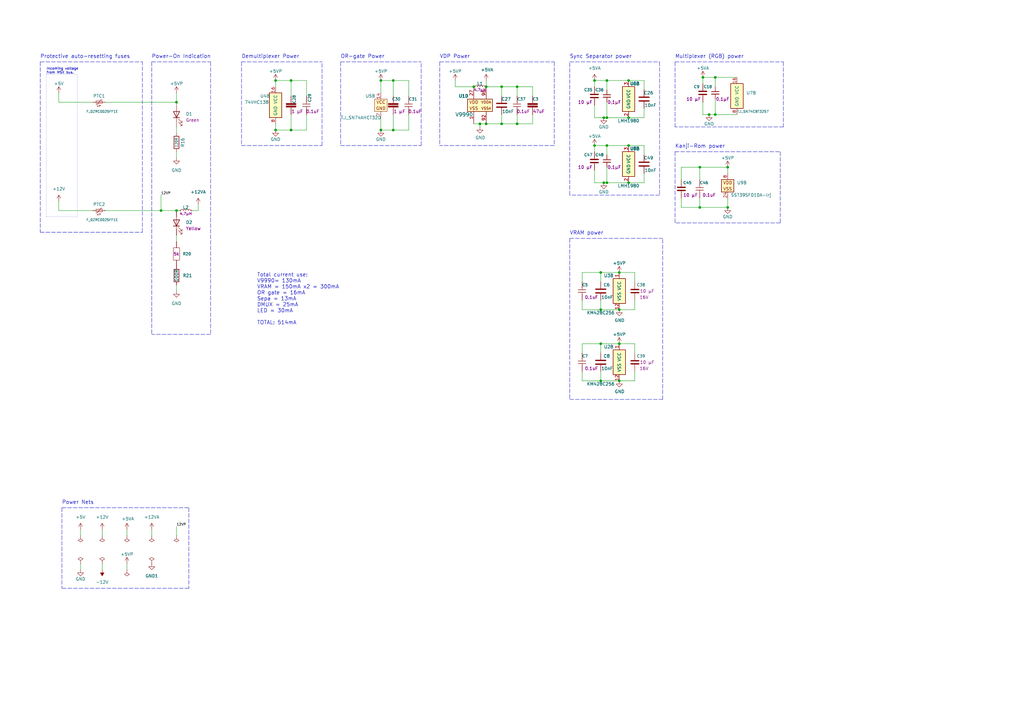
<source format=kicad_sch>
(kicad_sch (version 20211123) (generator eeschema)
  (paper "A3")
  (title_block (title "TRH9000") (date "2022-08-04") (rev "A-A") (company "The Retro Hacker") (comment 2 "Shared under CERN-OHL-S license") (comment 3 "TRH9000 - Open Source MSX Graphics Card based on the Yamaha V9990") (comment 4 "Designed  by: Cristiano Goncalves"))
  (junction (at 288.29 31.75))
  (junction (at 161.29 53.34))
  (junction (at 113.03 53.34))
  (junction (at 156.21 53.34))
  (junction (at 194.31 35.56))
  (junction (at 199.39 50.8))
  (junction (at 113.03 33.02))
  (junction (at 196.85 50.8))
  (junction (at 212.09 50.8))
  (junction (at 205.74 35.56))
  (junction (at 119.38 53.34))
  (junction (at 72.39 41.91))
  (junction (at 254 111.76))
  (junction (at 254 140.97))
  (junction (at 257.81 48.26))
  (junction (at 247.65 74.93))
  (junction (at 246.38 127))
  (junction (at 293.37 46.99))
  (junction (at 298.45 68.58))
  (junction (at 199.39 35.56))
  (junction (at 205.74 50.8))
  (junction (at 66.04 86.36))
  (junction (at 254 156.21))
  (junction (at 248.92 74.93))
  (junction (at 72.39 86.36))
  (junction (at 290.83 46.99))
  (junction (at 287.02 68.58))
  (junction (at 257.81 74.93))
  (junction (at 248.92 33.02))
  (junction (at 246.38 156.21))
  (junction (at 248.92 59.69))
  (junction (at 298.45 85.09))
  (junction (at 257.81 59.69))
  (junction (at 243.84 59.69))
  (junction (at 293.37 31.75))
  (junction (at 212.09 35.56))
  (junction (at 161.29 33.02))
  (junction (at 243.84 33.02))
  (junction (at 254 127))
  (junction (at 119.38 33.02))
  (junction (at 246.38 111.76))
  (junction (at 287.02 85.09))
  (junction (at 246.38 140.97))
  (junction (at 247.65 48.26))
  (junction (at 257.81 33.02))
  (junction (at 248.92 48.26))
  (junction (at 156.21 33.02))
  (polyline (pts (xy 16.51 95.25) (xy 58.42 95.25)))
  (wire (pts (xy 196.85 52.07) (xy 196.85 50.8)))
  (wire (pts (xy 119.38 33.02) (xy 113.03 33.02)))
  (wire (pts (xy 287.02 68.58) (xy 287.02 73.66)))
  (wire (pts (xy 81.28 83.82) (xy 81.28 86.36)))
  (wire (pts (xy 196.85 50.8) (xy 194.31 50.8)))
  (wire (pts (xy 238.76 127) (xy 246.38 127)))
  (wire (pts (xy 246.38 111.76) (xy 254 111.76)))
  (wire (pts (xy 24.13 38.1) (xy 24.13 41.91)))
  (polyline (pts (xy 99.06 59.69) (xy 132.08 59.69)))
  (wire (pts (xy 72.39 54.61) (xy 72.39 52.07)))
  (polyline (pts (xy 276.86 62.23) (xy 320.04 62.23)))
  (polyline (pts (xy 321.31 25.4) (xy 321.31 52.07)))
  (wire (pts (xy 248.92 74.93) (xy 247.65 74.93)))
  (polyline (pts (xy 233.68 25.4) (xy 270.51 25.4)))
  (wire (pts (xy 264.16 74.93) (xy 264.16 71.12)))
  (wire (pts (xy 264.16 33.02) (xy 264.16 36.83)))
  (wire (pts (xy 257.81 33.02) (xy 264.16 33.02)))
  (wire (pts (xy 248.92 74.93) (xy 257.81 74.93)))
  (wire (pts (xy 293.37 31.75) (xy 302.26 31.75)))
  (wire (pts (xy 238.76 140.97) (xy 238.76 144.78)))
  (wire (pts (xy 246.38 144.78) (xy 246.38 140.97)))
  (polyline (pts (xy 19.05 88.9) (xy 31.75 88.9)) (stroke (width 0) (type dot)))
  (wire (pts (xy 66.04 80.01) (xy 66.04 86.36)))
  (wire (pts (xy 72.39 116.84) (xy 72.39 119.38)))
  (wire (pts (xy 293.37 46.99) (xy 302.26 46.99)))
  (polyline (pts (xy 139.7 59.69) (xy 172.72 59.69)))
  (wire (pts (xy 72.39 86.36) (xy 73.66 86.36)))
  (wire (pts (xy 212.09 50.8) (xy 218.44 50.8)))
  (wire (pts (xy 257.81 74.93) (xy 264.16 74.93)))
  (wire (pts (xy 298.45 81.28) (xy 298.45 85.09)))
  (wire (pts (xy 167.64 53.34) (xy 161.29 53.34)))
  (polyline (pts (xy 19.05 30.48) (xy 31.75 30.48)) (stroke (width 0) (type dot)))
  (wire (pts (xy 288.29 46.99) (xy 290.83 46.99)))
  (wire (pts (xy 243.84 33.02) (xy 248.92 33.02)))
  (polyline (pts (xy 77.47 208.28) (xy 77.47 241.3)))
  (polyline (pts (xy 86.36 137.16) (xy 62.23 137.16)))
  (wire (pts (xy 119.38 39.37) (xy 119.38 33.02)))
  (wire (pts (xy 33.02 217.17) (xy 33.02 219.71)))
  (wire (pts (xy 156.21 33.02) (xy 156.21 38.1)))
  (wire (pts (xy 238.76 127) (xy 238.76 123.19)))
  (wire (pts (xy 246.38 156.21) (xy 254 156.21)))
  (polyline (pts (xy 227.33 25.4) (xy 227.33 59.69)))
  (wire (pts (xy 243.84 48.26) (xy 247.65 48.26)))
  (wire (pts (xy 246.38 115.57) (xy 246.38 111.76)))
  (wire (pts (xy 248.92 48.26) (xy 257.81 48.26)))
  (wire (pts (xy 279.4 85.09) (xy 287.02 85.09)))
  (polyline (pts (xy 233.68 163.83) (xy 271.78 163.83)))
  (wire (pts (xy 254 127) (xy 260.35 127)))
  (wire (pts (xy 218.44 46.99) (xy 218.44 50.8)))
  (wire (pts (xy 288.29 31.75) (xy 288.29 34.29)))
  (wire (pts (xy 212.09 39.37) (xy 212.09 35.56)))
  (wire (pts (xy 243.84 59.69) (xy 248.92 59.69)))
  (wire (pts (xy 212.09 46.99) (xy 212.09 50.8)))
  (polyline (pts (xy 16.51 25.4) (xy 16.51 95.25)))
  (wire (pts (xy 298.45 68.58) (xy 298.45 71.12)))
  (wire (pts (xy 246.38 152.4) (xy 246.38 156.21)))
  (wire (pts (xy 24.13 86.36) (xy 38.1 86.36)))
  (wire (pts (xy 161.29 33.02) (xy 161.29 39.37)))
  (wire (pts (xy 254 156.21) (xy 260.35 156.21)))
  (wire (pts (xy 38.1 41.91) (xy 24.13 41.91)))
  (wire (pts (xy 238.76 111.76) (xy 246.38 111.76)))
  (wire (pts (xy 125.73 39.37) (xy 125.73 33.02)))
  (polyline (pts (xy 132.08 59.69) (xy 132.08 25.4)))
  (wire (pts (xy 257.81 48.26) (xy 264.16 48.26)))
  (wire (pts (xy 72.39 38.1) (xy 72.39 41.91)))
  (wire (pts (xy 293.37 40.64) (xy 293.37 46.99)))
  (wire (pts (xy 212.09 35.56) (xy 218.44 35.56)))
  (wire (pts (xy 287.02 81.28) (xy 287.02 85.09)))
  (wire (pts (xy 125.73 46.99) (xy 125.73 53.34)))
  (polyline (pts (xy 321.31 52.07) (xy 276.86 52.07)))
  (polyline (pts (xy 320.04 62.23) (xy 320.04 91.44)))
  (polyline (pts (xy 58.42 95.25) (xy 58.42 25.4)))
  (polyline (pts (xy 139.7 25.4) (xy 172.72 25.4)))
  (wire (pts (xy 33.02 231.14) (xy 33.02 233.68)))
  (wire (pts (xy 246.38 123.19) (xy 246.38 127)))
  (wire (pts (xy 248.92 59.69) (xy 248.92 63.5)))
  (wire (pts (xy 205.74 46.99) (xy 205.74 50.8)))
  (wire (pts (xy 186.69 33.02) (xy 186.69 35.56)))
  (wire (pts (xy 260.35 144.78) (xy 260.35 140.97)))
  (polyline (pts (xy 227.33 59.69) (xy 180.34 59.69)))
  (polyline (pts (xy 233.68 80.01) (xy 233.68 25.4)))
  (wire (pts (xy 290.83 46.99) (xy 293.37 46.99)))
  (wire (pts (xy 167.64 39.37) (xy 167.64 33.02)))
  (wire (pts (xy 238.76 156.21) (xy 238.76 152.4)))
  (wire (pts (xy 238.76 156.21) (xy 246.38 156.21)))
  (wire (pts (xy 72.39 99.06) (xy 72.39 96.52)))
  (wire (pts (xy 260.35 115.57) (xy 260.35 111.76)))
  (wire (pts (xy 43.18 86.36) (xy 66.04 86.36)))
  (wire (pts (xy 243.84 33.02) (xy 243.84 35.56)))
  (polyline (pts (xy 62.23 25.4) (xy 62.23 137.16)))
  (wire (pts (xy 260.35 111.76) (xy 254 111.76)))
  (wire (pts (xy 279.4 81.28) (xy 279.4 85.09)))
  (polyline (pts (xy 180.34 25.4) (xy 227.33 25.4)))
  (polyline (pts (xy 271.78 163.83) (xy 271.78 97.79)))
  (wire (pts (xy 218.44 35.56) (xy 218.44 39.37)))
  (polyline (pts (xy 25.4 208.28) (xy 77.47 208.28)))
  (wire (pts (xy 72.39 62.23) (xy 72.39 64.77)))
  (wire (pts (xy 238.76 111.76) (xy 238.76 115.57)))
  (wire (pts (xy 243.84 69.85) (xy 243.84 74.93)))
  (wire (pts (xy 248.92 33.02) (xy 248.92 36.83)))
  (wire (pts (xy 257.81 59.69) (xy 264.16 59.69)))
  (wire (pts (xy 119.38 53.34) (xy 113.03 53.34)))
  (wire (pts (xy 41.91 217.17) (xy 41.91 219.71)))
  (wire (pts (xy 119.38 46.99) (xy 119.38 53.34)))
  (wire (pts (xy 248.92 48.26) (xy 247.65 48.26)))
  (polyline (pts (xy 270.51 80.01) (xy 233.68 80.01)))
  (wire (pts (xy 248.92 59.69) (xy 257.81 59.69)))
  (polyline (pts (xy 16.51 25.4) (xy 58.42 25.4)))
  (wire (pts (xy 43.18 41.91) (xy 72.39 41.91)))
  (polyline (pts (xy 320.04 91.44) (xy 276.86 91.44)))
  (wire (pts (xy 199.39 50.8) (xy 205.74 50.8)))
  (polyline (pts (xy 276.86 25.4) (xy 276.86 52.07)))
  (wire (pts (xy 288.29 31.75) (xy 293.37 31.75)))
  (wire (pts (xy 156.21 53.34) (xy 161.29 53.34)))
  (wire (pts (xy 243.84 74.93) (xy 247.65 74.93)))
  (wire (pts (xy 199.39 50.8) (xy 196.85 50.8)))
  (wire (pts (xy 52.07 217.17) (xy 52.07 219.71)))
  (polyline (pts (xy 86.36 25.4) (xy 86.36 137.16)))
  (wire (pts (xy 24.13 86.36) (xy 24.13 82.55)))
  (wire (pts (xy 113.03 33.02) (xy 113.03 35.56)))
  (wire (pts (xy 264.16 59.69) (xy 264.16 63.5)))
  (polyline (pts (xy 233.68 97.79) (xy 271.78 97.79)))
  (wire (pts (xy 260.35 140.97) (xy 254 140.97)))
  (wire (pts (xy 156.21 48.26) (xy 156.21 53.34)))
  (polyline (pts (xy 276.86 25.4) (xy 321.31 25.4)))
  (polyline (pts (xy 270.51 25.4) (xy 270.51 80.01)))
  (polyline (pts (xy 62.23 25.4) (xy 86.36 25.4)))
  (polyline (pts (xy 172.72 59.69) (xy 172.72 25.4)))
  (wire (pts (xy 205.74 39.37) (xy 205.74 35.56)))
  (wire (pts (xy 66.04 86.36) (xy 72.39 86.36)))
  (wire (pts (xy 279.4 73.66) (xy 279.4 68.58)))
  (polyline (pts (xy 19.05 30.48) (xy 19.05 88.9)) (stroke (width 0) (type dot)))
  (wire (pts (xy 243.84 59.69) (xy 243.84 62.23)))
  (polyline (pts (xy 99.06 25.4) (xy 99.06 59.69)))
  (wire (pts (xy 293.37 31.75) (xy 293.37 35.56)))
  (polyline (pts (xy 180.34 25.4) (xy 180.34 59.69)))
  (wire (pts (xy 205.74 50.8) (xy 212.09 50.8)))
  (wire (pts (xy 279.4 68.58) (xy 287.02 68.58)))
  (wire (pts (xy 167.64 33.02) (xy 161.29 33.02)))
  (wire (pts (xy 113.03 50.8) (xy 113.03 53.34)))
  (wire (pts (xy 248.92 68.58) (xy 248.92 74.93)))
  (wire (pts (xy 186.69 35.56) (xy 194.31 35.56)))
  (wire (pts (xy 62.23 217.17) (xy 62.23 219.71)))
  (wire (pts (xy 288.29 41.91) (xy 288.29 46.99)))
  (wire (pts (xy 287.02 85.09) (xy 298.45 85.09)))
  (wire (pts (xy 205.74 35.56) (xy 212.09 35.56)))
  (wire (pts (xy 41.91 231.14) (xy 41.91 233.68)))
  (wire (pts (xy 81.28 86.36) (xy 78.74 86.36)))
  (wire (pts (xy 125.73 33.02) (xy 119.38 33.02)))
  (wire (pts (xy 287.02 68.58) (xy 298.45 68.58)))
  (polyline (pts (xy 31.75 88.9) (xy 31.75 30.48)) (stroke (width 0) (type dot)))
  (polyline (pts (xy 233.68 97.79) (xy 233.68 163.83)))
  (polyline (pts (xy 25.4 208.28) (xy 25.4 241.3)))
  (polyline (pts (xy 276.86 62.23) (xy 276.86 91.44)))
  (wire (pts (xy 264.16 48.26) (xy 264.16 44.45)))
  (wire (pts (xy 248.92 41.91) (xy 248.92 48.26)))
  (wire (pts (xy 52.07 233.68) (xy 52.07 231.14)))
  (wire (pts (xy 199.39 33.02) (xy 199.39 35.56)))
  (wire (pts (xy 167.64 46.99) (xy 167.64 53.34)))
  (wire (pts (xy 125.73 53.34) (xy 119.38 53.34)))
  (wire (pts (xy 248.92 33.02) (xy 257.81 33.02)))
  (wire (pts (xy 246.38 127) (xy 254 127)))
  (wire (pts (xy 260.35 123.19) (xy 260.35 127)))
  (wire (pts (xy 238.76 140.97) (xy 246.38 140.97)))
  (wire (pts (xy 72.39 215.9) (xy 72.39 219.71)))
  (wire (pts (xy 156.21 33.02) (xy 161.29 33.02)))
  (polyline (pts (xy 99.06 25.4) (xy 132.08 25.4)))
  (wire (pts (xy 161.29 46.99) (xy 161.29 53.34)))
  (wire (pts (xy 246.38 140.97) (xy 254 140.97)))
  (wire (pts (xy 260.35 152.4) (xy 260.35 156.21)))
  (polyline (pts (xy 77.47 241.3) (xy 25.4 241.3)))
  (polyline (pts (xy 139.7 25.4) (xy 139.7 59.69)))
  (wire (pts (xy 243.84 43.18) (xy 243.84 48.26)))
  (wire (pts (xy 199.39 35.56) (xy 205.74 35.56)))
  (text "OR-gate Power" (at 139.7 24.13 0) (effects (font (size 1.524 1.524)) (justify left bottom)))
  (text "Total current use:\nV9990= 130mA\nVRAM = 150mA x2 = 300mA\nOR gate = 16mA\nSepa = 13mA\nDMUX = 25mA\nLED = 30mA\n\nTOTAL: 514mA" (at 105.41 133.35 0) (effects (font (size 1.524 1.524)) (justify left bottom)))
  (text "Sync Separator power" (at 233.68 24.13 0) (effects (font (size 1.524 1.524)) (justify left bottom)))
  (text "Power Nets" (at 25.4 207.01 0) (effects (font (size 1.524 1.524)) (justify left bottom)))
  (text "Power-On Indication" (at 62.23 24.13 0) (effects (font (size 1.524 1.524)) (justify left bottom)))
  (text "VRAM power\n" (at 233.68 96.52 0) (effects (font (size 1.524 1.524)) (justify left bottom)))
  (text "Kanji-Rom power\n" (at 276.86 60.96 0) (effects (font (size 1.524 1.524)) (justify left bottom)))
  (text "Incoming voltage \nfrom MSX bus." (at 19.05 30.48 0) (effects (font (size 1 1)) (justify left bottom)))
  (text "Multiplexer (RGB) power" (at 276.86 24.13 0) (effects (font (size 1.524 1.524)) (justify left bottom)))
  (text "Protective auto-resetting fuses" (at 16.51 24.13 0) (effects (font (size 1.524 1.524)) (justify left bottom)))
  (text "Demultiplexer Power" (at 99.06 24.13 0) (effects (font (size 1.524 1.524)) (justify left bottom)))
  (text "VDP Power" (at 180.34 24.13 0) (effects (font (size 1.524 1.524)) (justify left bottom)))
  (label "12VP" (at 66.04 80.01 0) (effects (font (size 1 1))))
  (label "12VP" (at 72.39 215.9 0) (effects (font (size 1 1))))
  (symbol (lib_id "LRJ-parts:C_CC0805JPX7R9BB104") (at 238.76 119.38 0) (unit 1)
    (property "Reference" "C5" (at 238.76 116.84 0) (effects (font (size 1.143 1.143)) (justify left)))
    (property "Value" "C_CC0805JPX7R9BB104" (effects hide))
    (property "Footprint" "Capacitor_SMD:C_0805_2012Metric" (effects hide))
    (property "Datasheet" "https://www.yageo.com/upload/media/product/productsearch/datasheet/mlcc/UPY-GPHC_X7R_6.3V-to-50V_18.pdf" (effects hide))
    (property "Manufacturer" "Yageo" (effects hide))
    (property "MPN" "CC0805JPX7R9BB104" (effects hide))
    (property "Mouser datasheet" "https://www.mouser.se/datasheet/2/427/vjcommercialseries-1764145.pdf" (effects hide))
    (property "Capacitance" "0.1uF" (at 242.57 121.92 0))
    (property "Voltage rating" "50V" (effects hide))
    (property "Temperature Coefficient " "X7R" (effects hide))
    (property "Mounting type" "SMD" (effects hide))
    (property "Status" "Active" (effects hide))
  )
  (symbol (lib_id "power:-12V") (at 41.91 233.68 180) (unit 1)
    (property "Reference" "#PWR0103" (effects hide))
    (property "Value" "-12V" (at 41.91 238.76 0))
  )
  (symbol (lib_id "LRJ-parts:C_CL21B105KBFNNNF") (at 119.38 44.45 0) (unit 1)
    (property "Reference" "C28" (at 120.65 40.64 90) (effects (font (size 1.143 1.143))))
    (property "Value" "C_CL21B105KBFNNNF" (effects hide))
    (property "Footprint" "Capacitor_SMD:C_0805_2012Metric_Pad1.18x1.45mm_HandSolder" (effects hide))
    (property "Datasheet" "http://www.samsungsem.com/kr/support/product-search/mlcc/CL21B105KBFNNNF.jsp" (effects hide))
    (property "Capacitance" "1 µF" (at 121.92 45.72 0))
    (property "MPN" "CL21B105KBFNNNF" (effects hide))
    (property "Manufacturer" "Samsung Electro-Mechanics" (effects hide))
    (property "Voltage rating" "50V" (effects hide))
  )
  (symbol (lib_id "Device:C") (at 246.38 148.59 180) (unit 1)
    (property "Reference" "C8" (at 250.19 146.05 0) (effects (justify left)))
    (property "Value" "10nF" (at 251.46 151.13 0) (effects (justify left)))
    (property "Footprint" "Capacitor_SMD:C_0805_2012Metric" (effects hide))
  )
  (symbol (lib_id "power:+5VP") (at 254 111.76 0) (unit 1)
    (property "Reference" "#PWR022" (effects hide))
    (property "Value" "+5VP" (at 254 107.95 0))
  )
  (symbol (lib_id "LRJ-parts:LMH1980") (at 257.81 67.31 0) (unit 2)
    (property "Reference" "U8" (at 260.35 60.96 0) (effects (font bold)))
    (property "Value" "LMH1980" (at 257.81 76.2 0))
    (property "Footprint" "Package_SO:VSSOP-10_3x3mm_P0.5mm" (effects hide))
    (property "Datasheet" "https://www.ti.com/general/docs/suppproductinfo.tsp?distId=10&gotoUrl=https%3A%2F%2Fwww.ti.com%2Flit%2Fgpn%2Flmh1980" (effects hide))
    (property "Manufacturer" "Texas Instruments" (effects hide))
    (property "MPN" "LMH1980MM/NOPBCT" (effects hide))
    (property "Description" " Video sync separator " (effects hide))
  )
  (symbol (lib_id "LRJ-parts:F_0ZRC0025FF1E") (at 40.64 41.91 0) (unit 1)
    (property "Reference" "PTC1" (at 40.64 39.37 0))
    (property "Value" "F_0ZRC0025FF1E" (at 41.91 45.72 0) (effects (font (size 1 1))))
    (property "Footprint" "LRJ:Fuse_BelFuse_0ZRC0025FF_L7.4mm_W3.1mm" (effects hide))
    (property "Datasheet" "https://www.belfuse.com/resources/datasheets/circuitprotection/ds-cp-0zrc-series.pdf" (effects hide))
    (property "Mouser datasheet" "https://www.mouser.se/datasheet/2/643/ds_CP_0zrc_series-1960444.pdf" (effects hide))
    (property "Manufacturer" "Bel Fuse" (effects hide))
    (property "MPN" "0ZRC0025FF1E" (effects hide))
    (property "Mouser detail page" "https://www.mouser.se/ProductDetail/Bel-Fuse/0ZRR0025FF1E?qs=sGAEpiMZZMsgjL4JkW1EEfXguERLteQwfOQPKL3HsavMQ3uXsf6NIw%3D%3D" (effects hide))
    (property "Ih" "250mA" (effects hide))
    (property "It" "500mA" (effects hide))
    (property "Ri (min)" "1,25 Ohms " (effects hide))
    (property "Time to Trip " "2.5s" (effects hide))
    (property "Operating Temperature " " -40°C to +85°C" (effects hide))
    (property "Mounting type" "THT" (effects hide))
    (property "Status" "Active" (effects hide))
    (property "Price" "0,25€" (effects hide))
    (property "Current Rating" "40A" (effects hide))
  )
  (symbol (lib_id "power:+5VA") (at 243.84 33.02 0) (unit 1)
    (property "Reference" "#PWR024" (effects hide))
    (property "Value" "+5VA" (at 243.84 27.94 0))
  )
  (symbol (lib_id "Device:C") (at 246.38 119.38 180) (unit 1)
    (property "Reference" "C6" (at 250.19 116.84 0) (effects (justify left)))
    (property "Value" "10nF" (at 251.46 121.92 0) (effects (justify left)))
    (property "Footprint" "Capacitor_SMD:C_0805_2012Metric" (effects hide))
  )
  (symbol (lib_id "power:+5VP") (at 52.07 231.14 0) (unit 1)
    (property "Reference" "#PWR012" (effects hide))
    (property "Value" "+5VP" (at 52.07 227.33 0))
  )
  (symbol (lib_id "power:GND") (at 247.65 48.26 0) (unit 1)
    (property "Reference" "#PWR018" (effects hide))
    (property "Value" "GND" (at 247.65 52.07 0))
  )
  (symbol (lib_id "power:GND1") (at 62.23 231.14 0) (unit 1)
    (property "Reference" "#PWR015" (effects hide))
    (property "Value" "GND1" (at 62.23 236.22 0))
  )
  (symbol (lib_id "LRJ-parts:C_CL10B104KB8NNNL") (at 248.92 66.04 0) (mirror y) (unit 1)
    (property "Reference" "C48" (at 247.65 63.5 0) (effects (font (size 1.143 1.143)) (justify left)))
    (property "Value" "C_CL10B104KB8NNNL" (effects hide))
    (property "Footprint" "Capacitor_SMD:C_0603_1608Metric_Pad1.08x0.95mm_HandSolder" (effects hide))
    (property "Datasheet" "http://product.samsungsem.com/mlcc/CL10B104KB8NNN.do" (effects hide))
    (property "Manufacturer" "Samsung Electro-Mechanics" (effects hide))
    (property "MPN" "CL10B104KB8NNNL" (effects hide))
    (property "Temperature Coefficient " "X7R" (effects hide))
    (property "Capacitance " " 0,1µF" (at 251.46 68.58 0))
    (property "Tolerance" " ±10% " (effects hide))
    (property "Operating Temperature " " -55°C to +125°C " (effects hide))
    (property "Package" "1608 Metric" (effects hide))
    (property "DK_Datasheet" "https://media.digikey.com/pdf/Data%20Sheets/Samsung%20PDFs/CL_Series_MLCC_ds.pdf" (effects hide))
    (property "Voltage Rating" "50V" (effects hide))
  )
  (symbol (lib_id "power:+5VA") (at 199.39 33.02 0) (unit 1)
    (property "Reference" "#PWR010" (effects hide))
    (property "Value" "+5VA" (at 199.771 28.6258 0))
  )
  (symbol (lib_id "LRJ-parts:C_CL10B104KB8NNNL") (at 248.92 39.37 0) (mirror y) (unit 1)
    (property "Reference" "C36" (at 247.65 36.83 0) (effects (font (size 1.143 1.143)) (justify left)))
    (property "Value" "C_CL10B104KB8NNNL" (effects hide))
    (property "Footprint" "Capacitor_SMD:C_0603_1608Metric_Pad1.08x0.95mm_HandSolder" (effects hide))
    (property "Datasheet" "http://product.samsungsem.com/mlcc/CL10B104KB8NNN.do" (effects hide))
    (property "Manufacturer" "Samsung Electro-Mechanics" (effects hide))
    (property "MPN" "CL10B104KB8NNNL" (effects hide))
    (property "Temperature Coefficient " "X7R" (effects hide))
    (property "Capacitance " " 0,1µF" (at 251.46 41.91 0))
    (property "Tolerance" " ±10% " (effects hide))
    (property "Operating Temperature " " -55°C to +125°C " (effects hide))
    (property "Package" "1608 Metric" (effects hide))
    (property "DK_Datasheet" "https://media.digikey.com/pdf/Data%20Sheets/Samsung%20PDFs/CL_Series_MLCC_ds.pdf" (effects hide))
    (property "Voltage Rating" "50V" (effects hide))
  )
  (symbol (lib_id "power:GND") (at 156.21 53.34 0) (unit 1)
    (property "Reference" "#PWR05" (effects hide))
    (property "Value" "GND" (at 156.21 57.15 0))
  )
  (symbol (lib_id "TRH9000:74VHC138") (at 113.03 43.18 0) (unit 2)
    (property "Reference" "U4" (at 106.68 39.37 0) (effects (justify left)))
    (property "Value" "74VHC138" (at 100.33 41.91 0) (effects (justify left)))
    (property "Footprint" "Package_SO:SO-16_3.9x9.9mm_P1.27mm" (effects hide))
    (property "Datasheet" "https://media.digikey.com/pdf/Data%20Sheets/Toshiba%20PDFs/TC74VHC138F,FN,FT,FK.pdf" (effects hide))
    (property "MPN" "74VHC138FT" (effects hide))
    (property "Manufacturer" " Toshiba Semiconductor and Storage" (effects hide))
    (property "Description" "DECODER/DEMUX 3:8, x1" (effects hide))
  )
  (symbol (lib_id "power:+5VP") (at 186.69 33.02 0) (unit 1)
    (property "Reference" "#PWR020" (effects hide))
    (property "Value" "+5VP" (at 186.69 29.21 0))
  )
  (symbol (lib_id "power:+5VP") (at 72.39 38.1 0) (unit 1)
    (property "Reference" "#PWR04" (effects hide))
    (property "Value" "+5VP" (at 72.39 34.29 0))
  )
  (symbol (lib_id "LRJ-parts:SunLED_XCVG12D") (at 72.39 46.99 90) (unit 1)
    (property "Reference" "D1" (at 76.2 46.7359 90) (effects (justify right)))
    (property "Value" "SunLED_XCVG12D" (effects hide))
    (property "Footprint" "LED_THT:LED_D5.0mm" (effects hide))
    (property "Datasheet" "https://www.sunledusa.com/products/spec/XCVG12D.pdf" (effects hide))
    (property "Manufacturer" "SunLED" (effects hide))
    (property "MPN" "XCVG12D" (effects hide))
    (property "Status" "Active" (effects hide))
    (property "Colour" "Green" (at 76.2 49.2759 90) (effects (justify right)))
    (property "Wavelength - dominant" "570nM" (effects hide))
    (property "Vf" "1.9V" (effects hide))
  )
  (symbol (lib_name "C_CC0805JPX7R9BB104_3") (lib_id "LRJ-parts:C_CC0805JPX7R9BB104") (at 238.76 148.59 0) (unit 1)
    (property "Reference" "C7" (at 238.76 146.05 0) (effects (font (size 1.143 1.143)) (justify left)))
    (property "Value" "C_CC0805JPX7R9BB104" (effects hide))
    (property "Footprint" "Capacitor_SMD:C_0805_2012Metric" (effects hide))
    (property "Datasheet" "https://www.yageo.com/upload/media/product/productsearch/datasheet/mlcc/UPY-GPHC_X7R_6.3V-to-50V_18.pdf" (effects hide))
    (property "Manufacturer" "Yageo" (effects hide))
    (property "MPN" "CC0805JPX7R9BB104" (effects hide))
    (property "Mouser datasheet" "https://www.mouser.se/datasheet/2/427/vjcommercialseries-1764145.pdf" (effects hide))
    (property "Capacitance" "0.1uF" (at 242.57 151.13 0))
    (property "Voltage rating" "50V" (effects hide))
    (property "Temperature Coefficient " "X7R" (effects hide))
    (property "Mounting type" "SMD" (effects hide))
    (property "Status" "Active" (effects hide))
  )
  (symbol (lib_id "Device:C") (at 264.16 67.31 180) (unit 1)
    (property "Reference" "C49" (at 267.97 64.77 0) (effects (justify left)))
    (property "Value" "10nF" (at 269.24 69.85 0) (effects (justify left)))
    (property "Footprint" "Capacitor_SMD:C_0805_2012Metric" (effects hide))
  )
  (symbol (lib_id "power:GND") (at 196.85 52.07 0) (unit 1)
    (property "Reference" "#PWR0123" (effects hide))
    (property "Value" "GND" (at 196.977 56.4642 0))
  )
  (symbol (lib_id "LRJ-parts:C_CL21B106KOQNNNE") (at 260.35 148.59 0) (mirror y) (unit 1)
    (property "Reference" "C39" (at 262.89 146.05 0) (effects (font (size 1.143 1.143))))
    (property "Value" "C_CL21B106KOQNNNE" (effects hide))
    (property "Footprint" "Capacitor_SMD:C_0805_2012Metric" (effects hide))
    (property "Datasheet" "https://media.digikey.com/pdf/Data%20Sheets/Samsung%20PDFs/CL_Series_MLCC_ds.pdf" (effects hide))
    (property "Manufacturer" "Samsung Electro-Mechanics" (effects hide))
    (property "MPN" "CL21B106KOQNNNE" (effects hide))
    (property "Capacitance" "10 µF" (at 265.43 148.59 0))
    (property "Voltage rating" "16V" (at 264.16 151.13 0))
    (property "Temperature Coefficient " "X7R" (effects hide))
    (property "Mounting type" "SMD" (effects hide))
    (property "Status" "Active" (effects hide))
    (property "Description" "CAP CER 10UF 16V X7R 0805" (effects hide))
  )
  (symbol (lib_id "power:+5VA") (at 52.07 217.17 0) (unit 1)
    (property "Reference" "#PWR01" (effects hide))
    (property "Value" "+5VA" (at 52.451 212.7758 0))
  )
  (symbol (lib_id "power:+12V") (at 41.91 217.17 0) (unit 1)
    (property "Reference" "#PWR0105" (effects hide))
    (property "Value" "+12V" (at 41.91 212.09 0))
  )
  (symbol (lib_id "LRJ-parts:L_MLZ2012M4R7HT000") (at 76.2 86.36 90) (unit 1)
    (property "Reference" "L2" (at 76.2 85.09 90))
    (property "Value" "L_MLZ2012M4R7HT000" (effects hide))
    (property "Footprint" "Inductor_SMD:L_0805_2012Metric" (effects hide))
    (property "Datasheet" "https://product.tdk.com/en/system/files?file=dam/doc/product/inductor/inductor/smd/catalog/inductor_commercial_decoupling_mlz2012_en.pdf" (effects hide))
    (property "MPN" "MLZ2012M4R7HT000" (effects hide))
    (property "Manufacturer" "TDK Corporation" (effects hide))
    (property "Current Rating" "0.4A" (effects hide))
    (property "Inductance" "4.7µH" (at 76.2 87.63 90) (effects (font (size 1.1 1.1))))
  )
  (symbol (lib_id "TRH9000:T.I_SN74CBT3257") (at 302.26 39.37 0) (unit 2)
    (property "Reference" "U7" (at 306.07 38.0999 0) (effects (justify left)))
    (property "Value" "T.I_SN74CBT3257" (at 302.26 45.72 0) (effects (font (size 1 1)) (justify left)))
    (property "Footprint" "trh9000:Texas_R-PDSO-G16_3.9x9.9mm" (effects hide))
    (property "Datasheet" "https://www.ti.com/lit/ds/scds017m/scds017m.pdf" (effects hide))
    (property "MPN" "SN74CBT3257DR" (effects hide))
    (property "Manufacturer" "Texas Instruments" (effects hide))
    (property "Description" "IC MUX/DEMUX 4 X 2:1 16SOIC" (effects hide))
  )
  (symbol (lib_id "LRJ-parts:R_RT0603BRE075KL") (at 72.39 104.14 90) (unit 1)
    (property "Reference" "R20" (at 74.93 104.14 90) (effects (font (size 1.143 1.143)) (justify right)))
    (property "Value" "R_RT0603BRE075KL" (effects hide))
    (property "Footprint" "Resistor_SMD:R_0603_1608Metric_Pad0.98x0.95mm_HandSolder" (effects hide))
    (property "Datasheet" "https://www.yageo.com/upload/media/product/productsearch/datasheet/rchip/PYu-RT_1-to-0.01_RoHS_L_12.pdf" (effects hide))
    (property "MPN" "MFR-25FBF52-10K" (effects hide))
    (property "Manufacturer" "Yageo" (effects hide))
    (property "Resistance" "5k" (at 71.12 104.14 90) (effects (justify right)))
    (property "Tolerance" " ±0.1%" (effects hide))
    (property "Voltage rating" "75V" (effects hide))
    (property "Power" "0.1W" (effects hide))
    (property "Status" "Active" (effects hide))
    (property "Price" "€0,31" (effects hide))
    (property "Type" "SMD" (effects hide))
  )
  (symbol (lib_id "power:GND") (at 33.02 233.68 0) (unit 1)
    (property "Reference" "#PWR0104" (effects hide))
    (property "Value" "GND" (at 33.02 237.49 0))
  )
  (symbol (lib_id "power:+5VP") (at 254 140.97 0) (unit 1)
    (property "Reference" "#PWR025" (effects hide))
    (property "Value" "+5VP" (at 254 137.16 0))
  )
  (symbol (lib_id "power:GND") (at 247.65 74.93 0) (unit 1)
    (property "Reference" "#PWR040" (effects hide))
    (property "Value" "GND" (at 247.65 78.74 0))
  )
  (symbol (lib_id "LRJ-parts:C_CL21B106KOQNNNE") (at 260.35 119.38 0) (mirror y) (unit 1)
    (property "Reference" "C38" (at 262.89 116.84 0) (effects (font (size 1.143 1.143))))
    (property "Value" "C_CL21B106KOQNNNE" (effects hide))
    (property "Footprint" "Capacitor_SMD:C_0805_2012Metric" (effects hide))
    (property "Datasheet" "https://media.digikey.com/pdf/Data%20Sheets/Samsung%20PDFs/CL_Series_MLCC_ds.pdf" (effects hide))
    (property "Manufacturer" "Samsung Electro-Mechanics" (effects hide))
    (property "MPN" "CL21B106KOQNNNE" (effects hide))
    (property "Capacitance" "10 µF" (at 265.43 119.38 0))
    (property "Voltage rating" "16V" (at 264.16 121.92 0))
    (property "Temperature Coefficient " "X7R" (effects hide))
    (property "Mounting type" "SMD" (effects hide))
    (property "Status" "Active" (effects hide))
    (property "Description" "CAP CER 10UF 16V X7R 0805" (effects hide))
  )
  (symbol (lib_name "C_CC0805JPX7R9BB104_4") (lib_id "LRJ-parts:C_CC0805JPX7R9BB104") (at 212.09 43.18 0) (unit 1)
    (property "Reference" "C37" (at 212.09 40.64 0) (effects (font (size 1.143 1.143)) (justify left)))
    (property "Value" "C_CC0805JPX7R9BB104" (effects hide))
    (property "Footprint" "Capacitor_SMD:C_0805_2012Metric" (effects hide))
    (property "Datasheet" "https://www.yageo.com/upload/media/product/productsearch/datasheet/mlcc/UPY-GPHC_X7R_6.3V-to-50V_18.pdf" (effects hide))
    (property "Manufacturer" "Yageo" (effects hide))
    (property "MPN" "CC0805JPX7R9BB104" (effects hide))
    (property "Mouser datasheet" "https://www.mouser.se/datasheet/2/427/vjcommercialseries-1764145.pdf" (effects hide))
    (property "Capacitance" "0.1uF" (at 214.63 45.72 0))
    (property "Voltage rating" "50V" (effects hide))
    (property "Temperature Coefficient " "X7R" (effects hide))
    (property "Mounting type" "SMD" (effects hide))
    (property "Status" "Active" (effects hide))
  )
  (symbol (lib_id "TRH9000:V9990") (at 196.85 43.18 0) (unit 4)
    (property "Reference" "U1" (at 187.96 39.37 0) (effects (font bold) (justify left)))
    (property "Value" "V9990" (at 186.69 46.99 0) (effects (font (size 1.524 1.524)) (justify left)))
    (property "Footprint" "trh9000:LQFP-128_28x28mm_P0.8mm" (effects hide))
    (property "Datasheet" "https://www.msx.org/wiki/Yamaha_V9990" (effects hide))
    (property "Manufacturer" "Yamaha" (effects hide))
    (property "MPN" "V9990" (effects hide))
    (property "Description" "Video Display Processor (VDP)" (effects hide))
    (property "Status" "OBSOLETE" (effects hide))
  )
  (symbol (lib_id "power:GND") (at 298.45 85.09 0) (unit 1)
    (property "Reference" "#PWR037" (effects hide))
    (property "Value" "GND" (at 298.45 88.9 0))
  )
  (symbol (lib_id "power:PWR_FLAG") (at 33.02 219.71 180) (unit 1)
    (property "Reference" "#FLG0103" (effects hide))
    (property "Value" "PWR_FLAG" (effects hide))
  )
  (symbol (lib_id "power:GND") (at 113.03 53.34 0) (unit 1)
    (property "Reference" "#PWR0134" (effects hide))
    (property "Value" "GND" (at 113.03 57.15 0))
  )
  (symbol (lib_id "power:PWR_FLAG") (at 41.91 231.14 0) (unit 1)
    (property "Reference" "#FLG0102" (effects hide))
    (property "Value" "PWR_FLAG" (effects hide))
  )
  (symbol (lib_id "LRJ-parts:C_CL21B106KOQNNNE") (at 279.4 77.47 0) (mirror y) (unit 1)
    (property "Reference" "C45" (at 281.94 74.93 0) (effects (font (size 1.143 1.143))))
    (property "Value" "C_CL21B106KOQNNNE" (effects hide))
    (property "Footprint" "Capacitor_SMD:C_0805_2012Metric" (effects hide))
    (property "Datasheet" "https://media.digikey.com/pdf/Data%20Sheets/Samsung%20PDFs/CL_Series_MLCC_ds.pdf" (effects hide))
    (property "Manufacturer" "Samsung Electro-Mechanics" (effects hide))
    (property "MPN" "CL21B106KOQNNNE" (effects hide))
    (property "Capacitance" "10 µF" (at 283.21 80.01 0))
    (property "Voltage rating" "16V" (effects hide))
    (property "Temperature Coefficient " "X7R" (effects hide))
    (property "Mounting type" "SMD" (effects hide))
    (property "Status" "Active" (effects hide))
    (property "Description" "CAP CER 10UF 16V X7R 0805" (effects hide))
  )
  (symbol (lib_id "power:+5VP") (at 156.21 33.02 0) (unit 1)
    (property "Reference" "#PWR019" (effects hide))
    (property "Value" "+5VP" (at 156.21 29.21 0))
  )
  (symbol (lib_id "LRJ-parts:C_CL21B106KOQNNNE") (at 243.84 66.04 0) (unit 1)
    (property "Reference" "C47" (at 241.3 63.5 0) (effects (font (size 1.143 1.143))))
    (property "Value" "C_CL21B106KOQNNNE" (effects hide))
    (property "Footprint" "Capacitor_SMD:C_0805_2012Metric" (effects hide))
    (property "Datasheet" "https://media.digikey.com/pdf/Data%20Sheets/Samsung%20PDFs/CL_Series_MLCC_ds.pdf" (effects hide))
    (property "Manufacturer" "Samsung Electro-Mechanics" (effects hide))
    (property "MPN" "CL21B106KOQNNNE" (effects hide))
    (property "Capacitance" "10 µF" (at 240.03 68.58 0))
    (property "Voltage rating" "16V" (effects hide))
    (property "Temperature Coefficient " "X7R" (effects hide))
    (property "Mounting type" "SMD" (effects hide))
    (property "Status" "Active" (effects hide))
    (property "Description" "CAP CER 10UF 16V X7R 0805" (effects hide))
  )
  (symbol (lib_id "Device:R") (at 72.39 113.03 0) (unit 1)
    (property "Reference" "R21" (at 74.93 113.03 0) (effects (justify left)))
    (property "Value" "100R" (at 72.39 115.57 90) (effects (justify left)))
    (property "Footprint" "Resistor_SMD:R_0805_2012Metric" (effects hide))
  )
  (symbol (lib_id "LRJ-parts:C_GRM21BR61A476ME15K") (at 218.44 43.18 0) (unit 1)
    (property "Reference" "C3" (at 218.44 40.64 0) (effects (font (size 1.143 1.143)) (justify left)))
    (property "Value" "C_GRM21BR61A476ME15K" (effects hide))
    (property "Footprint" "Capacitor_SMD:C_0805_2012Metric" (effects hide))
    (property "Datasheet" "https://www.murata.com/-/media/webrenewal/support/library/catalog/products/capacitor/ceramiccapacitor/c02e.ashx?la=en-us&cvid=20210120024548000000" (effects hide))
    (property "Manufacturer" "Murata Electronics " (effects hide))
    (property "MPN" "GRM21BR61A476ME15K" (effects hide))
    (property "Temperature Coefficient" "X5R" (effects hide))
    (property "Voltage rating" "10V" (effects hide))
    (property "Tolerance" "±20%" (effects hide))
    (property "Capacitance" "47uF" (at 220.98 45.72 0))
  )
  (symbol (lib_id "power:+5VP") (at 113.03 33.02 0) (unit 1)
    (property "Reference" "#PWR017" (effects hide))
    (property "Value" "+5VP" (at 113.03 29.21 0))
  )
  (symbol (lib_id "power:+5VA") (at 243.84 59.69 0) (unit 1)
    (property "Reference" "#PWR039" (effects hide))
    (property "Value" "+5VA" (at 243.84 55.88 0))
  )
  (symbol (lib_id "TRH9000:KM428C256") (at 254 119.38 0) (unit 2)
    (property "Reference" "U3" (at 247.65 113.03 0) (effects (justify left)))
    (property "Value" "KM428C256" (at 246.38 128.27 0))
    (property "Footprint" "trh9000:SOJ-40_400mil" (effects hide))
    (property "Datasheet" "https://pdf1.alldatasheet.com/datasheet-pdf/view/129863/SAMSUNG/KM428C256.html" (effects hide))
    (property "Status" "OBSOLETE" (effects hide))
    (property "Manufacturer" "Samsung Electronics Inc." (effects hide))
  )
  (symbol (lib_id "LRJ-parts:L_MLZ2012M4R7HT000") (at 196.85 35.56 90) (unit 1)
    (property "Reference" "L1" (at 196.85 34.29 90))
    (property "Value" "L_MLZ2012M4R7HT000" (effects hide))
    (property "Footprint" "Inductor_SMD:L_0805_2012Metric" (effects hide))
    (property "Datasheet" "https://product.tdk.com/en/system/files?file=dam/doc/product/inductor/inductor/smd/catalog/inductor_commercial_decoupling_mlz2012_en.pdf" (effects hide))
    (property "MPN" "MLZ2012M4R7HT000" (effects hide))
    (property "Manufacturer" "TDK Corporation" (effects hide))
    (property "Current Rating" "0.4A" (effects hide))
    (property "Inductance" "4.7µH" (at 196.85 36.83 90) (effects (font (size 1.1 1.1))))
  )
  (symbol (lib_id "LRJ-parts:LO_LED_LTL2R3K") (at 72.39 91.44 90) (unit 1)
    (property "Reference" "D2" (at 76.2 91.1859 90) (effects (justify right)))
    (property "Value" "LO_LED_LTL2R3K" (effects hide))
    (property "Footprint" "LED_THT:LED_D5.0mm" (effects hide))
    (property "Datasheet" "https://media.digikey.com/pdf/Data%20Sheets/Lite-On%20PDFs/LTL2R3KYD-EM.pdf" (effects hide))
    (property "Manufacturer" "Lite-On Inc." (effects hide))
    (property "MPN" "LTL2R3KYD-EM" (effects hide))
    (property "Status" "Active" (effects hide))
    (property "Colour" "Yellow" (at 76.2 93.7259 90) (effects (justify right)))
    (property "Wavelength - dominant" "588nM" (effects hide))
    (property "Vf" "1.8V" (effects hide))
  )
  (symbol (lib_id "power:PWR_FLAG") (at 33.02 231.14 0) (unit 1)
    (property "Reference" "#FLG0101" (effects hide))
    (property "Value" "PWR_FLAG" (effects hide))
  )
  (symbol (lib_id "Device:C") (at 205.74 43.18 180) (unit 1)
    (property "Reference" "C27" (at 209.55 40.64 0) (effects (justify left)))
    (property "Value" "10nF" (at 210.82 45.72 0) (effects (justify left)))
    (property "Footprint" "Capacitor_SMD:C_0805_2012Metric" (effects hide))
  )
  (symbol (lib_id "LRJ-parts:C_CL21B106KOQNNNE") (at 288.29 38.1 0) (unit 1)
    (property "Reference" "C9" (at 285.75 35.56 0) (effects (font (size 1.143 1.143))))
    (property "Value" "C_CL21B106KOQNNNE" (effects hide))
    (property "Footprint" "Capacitor_SMD:C_0805_2012Metric" (effects hide))
    (property "Datasheet" "https://media.digikey.com/pdf/Data%20Sheets/Samsung%20PDFs/CL_Series_MLCC_ds.pdf" (effects hide))
    (property "Manufacturer" "Samsung Electro-Mechanics" (effects hide))
    (property "MPN" "CL21B106KOQNNNE" (effects hide))
    (property "Capacitance" "10 µF" (at 284.48 40.64 0))
    (property "Voltage rating" "16V" (effects hide))
    (property "Temperature Coefficient " "X7R" (effects hide))
    (property "Mounting type" "SMD" (effects hide))
    (property "Status" "Active" (effects hide))
    (property "Description" "CAP CER 10UF 16V X7R 0805" (effects hide))
  )
  (symbol (lib_id "power:GND") (at 290.83 46.99 0) (unit 1)
    (property "Reference" "#PWR033" (effects hide))
    (property "Value" "GND" (at 290.83 50.8 0))
  )
  (symbol (lib_id "TRH9000:KM428C256") (at 254 148.59 0) (unit 2)
    (property "Reference" "U2" (at 247.65 142.24 0) (effects (justify left)))
    (property "Value" "KM428C256" (at 246.38 157.48 0))
    (property "Footprint" "trh9000:SOJ-40_400mil" (effects hide))
    (property "Datasheet" "https://pdf1.alldatasheet.com/datasheet-pdf/view/129863/SAMSUNG/KM428C256.html" (effects hide))
    (property "Status" "OBSOLETE" (effects hide))
    (property "Manufacturer" "Samsung Electronics Inc." (effects hide))
  )
  (symbol (lib_id "power:+5VP") (at 298.45 68.58 0) (unit 1)
    (property "Reference" "#PWR036" (effects hide))
    (property "Value" "+5VP" (at 298.45 64.77 0))
  )
  (symbol (lib_id "power:PWR_FLAG") (at 62.23 231.14 0) (unit 1)
    (property "Reference" "#FLG03" (effects hide))
    (property "Value" "PWR_FLAG" (effects hide))
  )
  (symbol (lib_name "C_CC0805JPX7R9BB104_2") (lib_id "LRJ-parts:C_CC0805JPX7R9BB104") (at 125.73 43.18 0) (unit 1)
    (property "Reference" "C29" (at 127 41.91 90) (effects (font (size 1.143 1.143)) (justify left)))
    (property "Value" "C_CC0805JPX7R9BB104" (effects hide))
    (property "Footprint" "Capacitor_SMD:C_0805_2012Metric" (effects hide))
    (property "Datasheet" "https://www.yageo.com/upload/media/product/productsearch/datasheet/mlcc/UPY-GPHC_X7R_6.3V-to-50V_18.pdf" (effects hide))
    (property "Manufacturer" "Yageo" (effects hide))
    (property "MPN" "CC0805JPX7R9BB104" (effects hide))
    (property "Mouser datasheet" "https://www.mouser.se/datasheet/2/427/vjcommercialseries-1764145.pdf" (effects hide))
    (property "Capacitance" "0.1uF" (at 128.27 45.72 0))
    (property "Voltage rating" "50V" (effects hide))
    (property "Temperature Coefficient " "X7R" (effects hide))
    (property "Mounting type" "SMD" (effects hide))
    (property "Status" "Active" (effects hide))
  )
  (symbol (lib_id "power:+5VA") (at 288.29 31.75 0) (unit 1)
    (property "Reference" "#PWR032" (effects hide))
    (property "Value" "+5VA" (at 288.29 27.94 0))
  )
  (symbol (lib_id "power:GND") (at 254 156.21 0) (unit 1)
    (property "Reference" "#PWR013" (effects hide))
    (property "Value" "GND" (at 254.127 160.6042 0))
  )
  (symbol (lib_id "LRJ-parts:C_CL21B105KBFNNNF") (at 161.29 44.45 0) (unit 1)
    (property "Reference" "C30" (at 162.56 40.64 0) (effects (font (size 1.143 1.143))))
    (property "Value" "C_CL21B105KBFNNNF" (effects hide))
    (property "Footprint" "Capacitor_SMD:C_0805_2012Metric_Pad1.18x1.45mm_HandSolder" (effects hide))
    (property "Datasheet" "http://www.samsungsem.com/kr/support/product-search/mlcc/CL21B105KBFNNNF.jsp" (effects hide))
    (property "Capacitance" "1 µF" (at 163.83 45.72 0))
    (property "MPN" "CL21B105KBFNNNF" (effects hide))
    (property "Manufacturer" "Samsung Electro-Mechanics" (effects hide))
    (property "Voltage rating" "50V" (effects hide))
  )
  (symbol (lib_id "power:+12V") (at 24.13 82.55 0) (unit 1)
    (property "Reference" "#PWR08" (effects hide))
    (property "Value" "+12V" (at 24.13 77.47 0))
  )
  (symbol (lib_id "LRJ-parts:C_CL10B104KB8NNNL") (at 293.37 38.1 0) (mirror y) (unit 1)
    (property "Reference" "C18" (at 292.1 35.56 0) (effects (font (size 1.143 1.143)) (justify left)))
    (property "Value" "C_CL10B104KB8NNNL" (effects hide))
    (property "Footprint" "Capacitor_SMD:C_0603_1608Metric_Pad1.08x0.95mm_HandSolder" (effects hide))
    (property "Datasheet" "http://product.samsungsem.com/mlcc/CL10B104KB8NNN.do" (effects hide))
    (property "Manufacturer" "Samsung Electro-Mechanics" (effects hide))
    (property "MPN" "CL10B104KB8NNNL" (effects hide))
    (property "Temperature Coefficient " "X7R" (effects hide))
    (property "Capacitance " " 0,1µF" (at 295.91 40.64 0))
    (property "Tolerance" " ±10% " (effects hide))
    (property "Operating Temperature " " -55°C to +125°C " (effects hide))
    (property "Package" "1608 Metric" (effects hide))
    (property "DK_Datasheet" "https://media.digikey.com/pdf/Data%20Sheets/Samsung%20PDFs/CL_Series_MLCC_ds.pdf" (effects hide))
    (property "Voltage Rating" "50V" (effects hide))
  )
  (symbol (lib_id "power:+5V") (at 24.13 38.1 0) (unit 1)
    (property "Reference" "#PWR0101" (effects hide))
    (property "Value" "+5V" (at 24.13 34.29 0))
  )
  (symbol (lib_id "Device:R") (at 72.39 58.42 0) (mirror y) (unit 1)
    (property "Reference" "R16" (at 74.93 58.42 90))
    (property "Value" "120R" (at 72.39 58.42 90) (effects (font (size 1 1))))
    (property "Footprint" "Resistor_SMD:R_0603_1608Metric" (effects hide))
  )
  (symbol (lib_name "C_CC0805JPX7R9BB104_1") (lib_id "LRJ-parts:C_CC0805JPX7R9BB104") (at 167.64 43.18 0) (unit 1)
    (property "Reference" "C31" (at 167.64 40.64 0) (effects (font (size 1.143 1.143)) (justify left)))
    (property "Value" "C_CC0805JPX7R9BB104" (effects hide))
    (property "Footprint" "Capacitor_SMD:C_0805_2012Metric" (effects hide))
    (property "Datasheet" "https://www.yageo.com/upload/media/product/productsearch/datasheet/mlcc/UPY-GPHC_X7R_6.3V-to-50V_18.pdf" (effects hide))
    (property "Manufacturer" "Yageo" (effects hide))
    (property "MPN" "CC0805JPX7R9BB104" (effects hide))
    (property "Mouser datasheet" "https://www.mouser.se/datasheet/2/427/vjcommercialseries-1764145.pdf" (effects hide))
    (property "Capacitance" "0.1uF" (at 170.18 45.72 0))
    (property "Voltage rating" "50V" (effects hide))
    (property "Temperature Coefficient " "X7R" (effects hide))
    (property "Mounting type" "SMD" (effects hide))
    (property "Status" "Active" (effects hide))
  )
  (symbol (lib_id "Device:C") (at 264.16 40.64 180) (unit 1)
    (property "Reference" "C26" (at 267.97 38.1 0) (effects (justify left)))
    (property "Value" "10nF" (at 269.24 43.18 0) (effects (justify left)))
    (property "Footprint" "Capacitor_SMD:C_0805_2012Metric" (effects hide))
  )
  (symbol (lib_id "power:GND") (at 72.39 64.77 0) (unit 1)
    (property "Reference" "#PWR011" (effects hide))
    (property "Value" "GND" (at 72.39 69.85 0))
  )
  (symbol (lib_id "power:+5V") (at 33.02 217.17 0) (unit 1)
    (property "Reference" "#PWR0106" (effects hide))
    (property "Value" "+5V" (at 33.02 212.09 0))
  )
  (symbol (lib_id "power:PWR_FLAG") (at 52.07 219.71 180) (unit 1)
    (property "Reference" "#FLG01" (effects hide))
    (property "Value" "PWR_FLAG" (effects hide))
  )
  (symbol (lib_id "power:PWR_FLAG") (at 72.39 219.71 180) (unit 1)
    (property "Reference" "#FLG0105" (effects hide))
    (property "Value" "PWR_FLAG" (effects hide))
  )
  (symbol (lib_id "LRJ-parts:C_CL21B106KOQNNNE") (at 243.84 39.37 0) (unit 1)
    (property "Reference" "C35" (at 241.3 36.83 0) (effects (font (size 1.143 1.143))))
    (property "Value" "C_CL21B106KOQNNNE" (effects hide))
    (property "Footprint" "Capacitor_SMD:C_0805_2012Metric" (effects hide))
    (property "Datasheet" "https://media.digikey.com/pdf/Data%20Sheets/Samsung%20PDFs/CL_Series_MLCC_ds.pdf" (effects hide))
    (property "Manufacturer" "Samsung Electro-Mechanics" (effects hide))
    (property "MPN" "CL21B106KOQNNNE" (effects hide))
    (property "Capacitance" "10 µF" (at 240.03 41.91 0))
    (property "Voltage rating" "16V" (effects hide))
    (property "Temperature Coefficient " "X7R" (effects hide))
    (property "Mounting type" "SMD" (effects hide))
    (property "Status" "Active" (effects hide))
    (property "Description" "CAP CER 10UF 16V X7R 0805" (effects hide))
  )
  (symbol (lib_id "power:PWR_FLAG") (at 52.07 233.68 180) (unit 1)
    (property "Reference" "#FLG09" (effects hide))
    (property "Value" "PWR_FLAG" (effects hide))
  )
  (symbol (lib_name "SST39SF010A-lrj_1") (lib_id "LRJ-parts:SST39SF010A-lrj") (at 298.45 76.2 0) (unit 2)
    (property "Reference" "U9" (at 302.26 74.9299 0) (effects (justify left)))
    (property "Value" "SST39SF010A-lrj" (at 299.72 80.01 0) (effects (justify left)))
    (property "Footprint" "Package_SO:TSOP-I-32_12.4x8mm_P0.5mm" (effects hide))
    (property "Datasheet" "https://ww1.microchip.com/downloads/en/DeviceDoc/20005022C.pdf" (effects hide))
    (property "Status" "Active" (effects hide))
    (property "Voltage Rating" "5V" (effects hide))
    (property "MPN" "SST39SF010A-70-4C-WHE" (effects hide))
    (property "Manufacturer" "Microchip Technology" (effects hide))
    (property "Description" "IC FLASH 128 KB PARALLEL 32TSOP" (effects hide))
  )
  (symbol (lib_id "LRJ-parts:LMH1980") (at 257.81 40.64 0) (unit 2)
    (property "Reference" "U6" (at 260.35 34.29 0) (effects (font bold)))
    (property "Value" "LMH1980" (at 257.81 49.53 0))
    (property "Footprint" "Package_SO:VSSOP-10_3x3mm_P0.5mm" (effects hide))
    (property "Datasheet" "https://www.ti.com/general/docs/suppproductinfo.tsp?distId=10&gotoUrl=https%3A%2F%2Fwww.ti.com%2Flit%2Fgpn%2Flmh1980" (effects hide))
    (property "Manufacturer" "Texas Instruments" (effects hide))
    (property "MPN" "LMH1980MM/NOPBCT" (effects hide))
    (property "Description" " Video sync separator " (effects hide))
  )
  (symbol (lib_id "power:PWR_FLAG") (at 41.91 219.71 180) (unit 1)
    (property "Reference" "#FLG0104" (effects hide))
    (property "Value" "PWR_FLAG" (effects hide))
  )
  (symbol (lib_id "power:+12VA") (at 81.28 83.82 0) (unit 1)
    (property "Reference" "#PWR09" (effects hide))
    (property "Value" "+12VA" (at 81.28 78.74 0))
  )
  (symbol (lib_id "power:GND") (at 72.39 119.38 0) (unit 1)
    (property "Reference" "#PWR0102" (effects hide))
    (property "Value" "GND" (at 72.39 124.46 0))
  )
  (symbol (lib_id "TRH9000:T.I_SN74AHCT32D") (at 156.21 43.18 0) (unit 2)
    (property "Reference" "U5" (at 149.86 39.37 0) (effects (justify left)))
    (property "Value" "T.I_SN74AHCT32D" (at 139.7 48.26 0) (effects (justify left)))
    (property "Footprint" "trh9000:Texas_R-PDSO-G14_3.6x4.4mm" (effects hide))
    (property "Datasheet" "https://www.ti.com/general/docs/suppproductinfo.tsp?distId=10&gotoUrl=https%3A%2F%2Fwww.ti.com%2Flit%2Fgpn%2Fsn74ahct32" (effects hide))
    (property "MPN" "SN74AHCT32DGVR" (effects hide))
    (property "DK_Detail_Page" "https://www.digikey.se/en/products/detail/texas-instruments/SN74AHCT32DGVR/376444" (effects hide))
    (property "Description" "OR Gate, 4 Channel, 14-TVSOP, 7.9nS" (effects hide))
    (property "Manufacturer" "Texas Instruments" (effects hide))
    (property "Status" "Active" (effects hide))
  )
  (symbol (lib_id "LRJ-parts:C_CC0805JPX7R9BB104") (at 287.02 77.47 0) (unit 1)
    (property "Reference" "C46" (at 287.02 74.93 0) (effects (font (size 1.143 1.143)) (justify left)))
    (property "Value" "C_CC0805JPX7R9BB104" (effects hide))
    (property "Footprint" "Capacitor_SMD:C_0805_2012Metric" (effects hide))
    (property "Datasheet" "https://www.yageo.com/upload/media/product/productsearch/datasheet/mlcc/UPY-GPHC_X7R_6.3V-to-50V_18.pdf" (effects hide))
    (property "Manufacturer" "Yageo" (effects hide))
    (property "MPN" "CC0805JPX7R9BB104" (effects hide))
    (property "Mouser datasheet" "https://www.mouser.se/datasheet/2/427/vjcommercialseries-1764145.pdf" (effects hide))
    (property "Capacitance" "0.1uF" (at 290.83 80.01 0))
    (property "Voltage rating" "50V" (effects hide))
    (property "Temperature Coefficient " "X7R" (effects hide))
    (property "Mounting type" "SMD" (effects hide))
    (property "Status" "Active" (effects hide))
  )
  (symbol (lib_id "power:PWR_FLAG") (at 62.23 219.71 180) (unit 1)
    (property "Reference" "#FLG08" (effects hide))
    (property "Value" "PWR_FLAG" (effects hide))
  )
  (symbol (lib_id "power:+12VA") (at 62.23 217.17 0) (unit 1)
    (property "Reference" "#PWR014" (effects hide))
    (property "Value" "+12VA" (at 62.23 212.09 0))
  )
  (symbol (lib_id "power:GND") (at 254 127 0) (unit 1)
    (property "Reference" "#PWR0117" (effects hide))
    (property "Value" "GND" (at 254.127 131.3942 0))
  )
  (symbol (lib_name "F_0ZRC0025FF1E_1") (lib_id "LRJ-parts:F_0ZRC0025FF1E") (at 40.64 86.36 0) (unit 1)
    (property "Reference" "PTC2" (at 40.64 83.82 0))
    (property "Value" "F_0ZRC0025FF1E" (at 41.91 90.17 0) (effects (font (size 1 1))))
    (property "Footprint" "LRJ:Fuse_BelFuse_0ZRC0025FF_L7.4mm_W3.1mm" (effects hide))
    (property "Datasheet" "https://www.belfuse.com/resources/datasheets/circuitprotection/ds-cp-0zrc-series.pdf" (effects hide))
    (property "Mouser datasheet" "https://www.mouser.se/datasheet/2/643/ds_CP_0zrc_series-1960444.pdf" (effects hide))
    (property "Manufacturer" "Bel Fuse" (effects hide))
    (property "MPN" "0ZRC0025FF1E" (effects hide))
    (property "Mouser detail page" "https://www.mouser.se/ProductDetail/Bel-Fuse/0ZRR0025FF1E?qs=sGAEpiMZZMsgjL4JkW1EEfXguERLteQwfOQPKL3HsavMQ3uXsf6NIw%3D%3D" (effects hide))
    (property "Ih" "250mA" (effects hide))
    (property "It" "500mA" (effects hide))
    (property "Ri (min)" "1,25 Ohms " (effects hide))
    (property "Time to Trip " "2.5s" (effects hide))
    (property "Operating Temperature " " -40°C to +85°C" (effects hide))
    (property "Mounting type" "THT" (effects hide))
    (property "Status" "Active" (effects hide))
    (property "Price" "0,25€" (effects hide))
    (property "Current Rating" "40A" (effects hide))
  )
)
</source>
